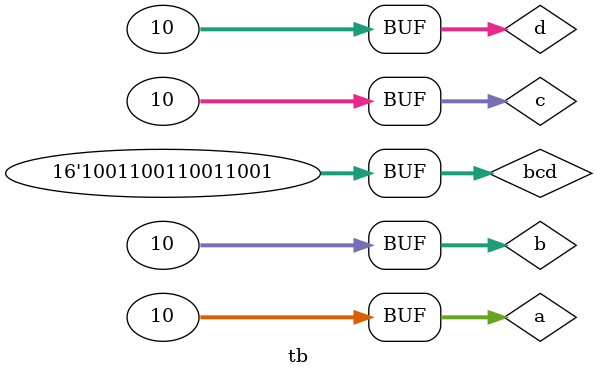
<source format=v>
module bcde3conv #(
    parameter width = 4
)(
    input wire [4*width-1:0] bcd,
    output wire [4*width-1:0] e3
);

add4b #(
    .width(width)
) cnv[width-1:0] (
    .a(bcd),
    .b(4'd3),
    .sum(e3)
);

endmodule

module add4b #(
    parameter width = 4
)(
    input wire [width-1:0] a,
    input wire [width-1:0] b,
    output wire [width-1:0] sum
);

assign sum = a + b;

endmodule

module tb;

reg [15:0] bcd;
wire [15:0] e3;

bcde3conv #(
    .width(4)
) uut (
    .bcd(bcd),
    .e3(e3)
);

integer a,b,c,d;

initial begin
  
  $display("bcd e3");
  $monitor("%b\t%b", bcd, e3);

    // 0 -> 9 / 0000 -> 1001
    bcd = 16'd0;
    
    for(a = 0; a < 10; a=a+1)
    for(b = 0; b < 10; b=b+1)
    for(c = 0; c < 10; c=c+1)
    for(d = 0; d < 10; d=d+1)
    begin
        bcd[15:12] = a;
        bcd[11:8] = b;
        bcd[7:4] = c;
        bcd[3:0] = d;
        #10;
    end

end

endmodule
</source>
